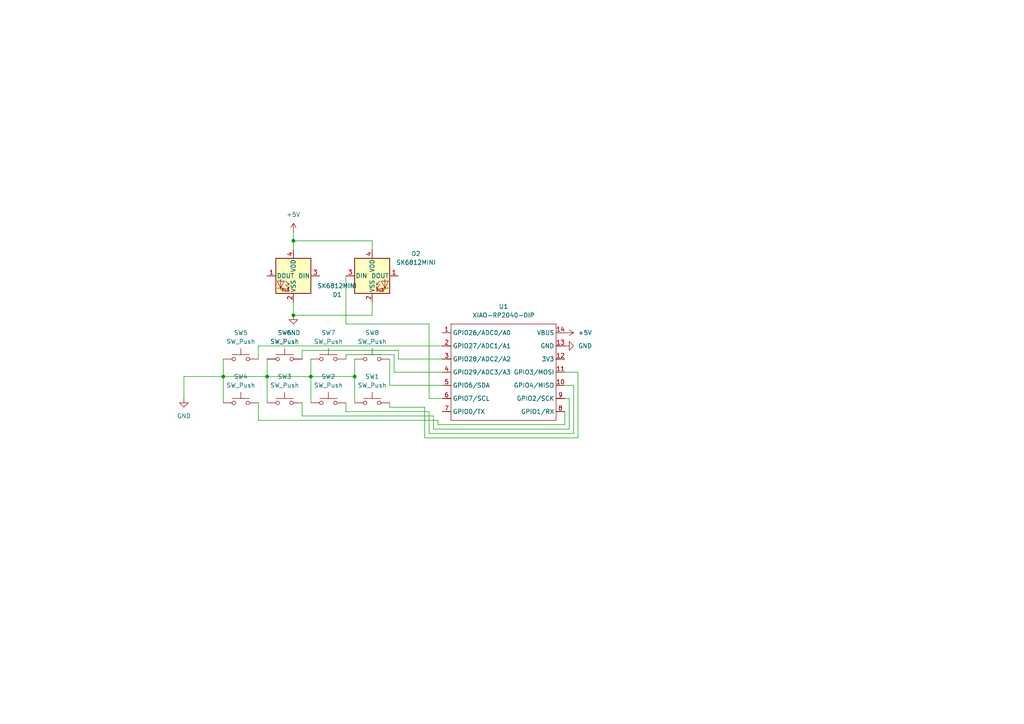
<source format=kicad_sch>
(kicad_sch (version 20250114) (generator "eeschema") (generator_version "9.0")
  (paper "A4")
  (lib_symbols
    (symbol "LED:SK6812MINI" (pin_names (offset 0.254))
      (property "Reference" "D" (at 5.08 5.715 0))
      (property "Value" "SK6812MINI" (at 1.27 -5.715 0))
      (symbol "SK6812MINI_0_0"
        (text "RGB" (at 2.286 -4.191 0) (effects (font (size 0.762 0.762))))
      )
      (symbol "SK6812MINI_0_1"
        (polyline (pts (xy 1.27 -2.54) (xy 1.778 -2.54)))
        (polyline (pts (xy 1.27 -3.556) (xy 1.778 -3.556)))
        (polyline (pts (xy 2.286 -1.524) (xy 1.27 -2.54) (xy 1.27 -2.032)))
        (polyline (pts (xy 2.286 -2.54) (xy 1.27 -3.556) (xy 1.27 -3.048)))
        (polyline (pts (xy 3.683 -1.016) (xy 3.683 -3.556) (xy 3.683 -4.064)))
        (polyline (pts (xy 4.699 -1.524) (xy 2.667 -1.524) (xy 3.683 -3.556) (xy 4.699 -1.524)))
        (polyline (pts (xy 4.699 -3.556) (xy 2.667 -3.556)))
        (rectangle (start 5.08 5.08) (end -5.08 -5.08) (stroke (width 0.254)) (fill (type background)))
      )
      (symbol "SK6812MINI_1_1"
        (pin input line (at -7.62 0 0) (length 2.54) (name "DIN") (number "3"))
        (pin power_in line (at 0 7.62 270) (length 2.54) (name "VDD") (number "4"))
        (pin power_in line (at 0 -7.62 90) (length 2.54) (name "VSS") (number "2"))
        (pin output line (at 7.62 0 180) (length 2.54) (name "DOUT") (number "1"))
      )
    )
    (symbol "OPL Library:XIAO-RP2040-DIP"
      (property "Reference" "U" (at 0 0 0))
      (property "Value" "XIAO-RP2040-DIP" (at 5.334 -1.778 0))
      (symbol "XIAO-RP2040-DIP_1_0"
        (polyline (pts (xy -1.27 -2.54) (xy 29.21 -2.54)) (stroke (width 0.1524)))
        (polyline (pts (xy -1.27 -5.08) (xy -2.54 -5.08)) (stroke (width 0.1524)))
        (polyline (pts (xy -1.27 -5.08) (xy -1.27 -2.54)) (stroke (width 0.1524)))
        (polyline (pts (xy -1.27 -8.89) (xy -2.54 -8.89)) (stroke (width 0.1524)))
        (polyline (pts (xy -1.27 -8.89) (xy -1.27 -5.08)) (stroke (width 0.1524)))
        (polyline (pts (xy -1.27 -12.7) (xy -2.54 -12.7)) (stroke (width 0.1524)))
        (polyline (pts (xy -1.27 -12.7) (xy -1.27 -8.89)) (stroke (width 0.1524)))
        (polyline (pts (xy -1.27 -16.51) (xy -2.54 -16.51)) (stroke (width 0.1524)))
        (polyline (pts (xy -1.27 -16.51) (xy -1.27 -12.7)) (stroke (width 0.1524)))
        (polyline (pts (xy -1.27 -20.32) (xy -2.54 -20.32)) (stroke (width 0.1524)))
        (polyline (pts (xy -1.27 -24.13) (xy -2.54 -24.13)) (stroke (width 0.1524)))
        (polyline (pts (xy -1.27 -27.94) (xy -2.54 -27.94)) (stroke (width 0.1524)))
        (polyline (pts (xy -1.27 -30.48) (xy -1.27 -16.51)) (stroke (width 0.1524)))
        (polyline (pts (xy 29.21 -2.54) (xy 29.21 -5.08)) (stroke (width 0.1524)))
        (polyline (pts (xy 29.21 -5.08) (xy 29.21 -8.89)) (stroke (width 0.1524)))
        (polyline (pts (xy 29.21 -8.89) (xy 29.21 -12.7)) (stroke (width 0.1524)))
        (polyline (pts (xy 29.21 -12.7) (xy 29.21 -30.48)) (stroke (width 0.1524)))
        (polyline (pts (xy 29.21 -30.48) (xy -1.27 -30.48)) (stroke (width 0.1524)))
        (polyline (pts (xy 30.48 -5.08) (xy 29.21 -5.08)) (stroke (width 0.1524)))
        (polyline (pts (xy 30.48 -8.89) (xy 29.21 -8.89)) (stroke (width 0.1524)))
        (polyline (pts (xy 30.48 -12.7) (xy 29.21 -12.7)) (stroke (width 0.1524)))
        (polyline (pts (xy 30.48 -16.51) (xy 29.21 -16.51)) (stroke (width 0.1524)))
        (polyline (pts (xy 30.48 -20.32) (xy 29.21 -20.32)) (stroke (width 0.1524)))
        (polyline (pts (xy 30.48 -24.13) (xy 29.21 -24.13)) (stroke (width 0.1524)))
        (polyline (pts (xy 30.48 -27.94) (xy 29.21 -27.94)) (stroke (width 0.1524)))
        (pin passive line (at -3.81 -5.08 0) (length 2.54) (name "GPIO26/ADC0/A0") (number "1"))
        (pin passive line (at -3.81 -8.89 0) (length 2.54) (name "GPIO27/ADC1/A1") (number "2"))
        (pin passive line (at -3.81 -12.7 0) (length 2.54) (name "GPIO28/ADC2/A2") (number "3"))
        (pin passive line (at -3.81 -16.51 0) (length 2.54) (name "GPIO29/ADC3/A3") (number "4"))
        (pin passive line (at -3.81 -20.32 0) (length 2.54) (name "GPIO6/SDA") (number "5"))
        (pin passive line (at -3.81 -24.13 0) (length 2.54) (name "GPIO7/SCL") (number "6"))
        (pin passive line (at -3.81 -27.94 0) (length 2.54) (name "GPIO0/TX") (number "7"))
        (pin passive line (at 31.75 -5.08 180) (length 2.54) (name "VBUS") (number "14"))
        (pin passive line (at 31.75 -8.89 180) (length 2.54) (name "GND") (number "13"))
        (pin passive line (at 31.75 -12.7 180) (length 2.54) (name "3V3") (number "12"))
        (pin passive line (at 31.75 -16.51 180) (length 2.54) (name "GPIO3/MOSI") (number "11"))
        (pin passive line (at 31.75 -20.32 180) (length 2.54) (name "GPIO4/MISO") (number "10"))
        (pin passive line (at 31.75 -24.13 180) (length 2.54) (name "GPIO2/SCK") (number "9"))
        (pin passive line (at 31.75 -27.94 180) (length 2.54) (name "GPIO1/RX") (number "8"))
      )
    )
    (symbol "Switch:SW_Push" (pin_numbers (hide yes)) (pin_names (offset 1.016) (hide yes))
      (property "Reference" "SW" (at 1.27 2.54 0))
      (property "Value" "SW_Push" (at 0 -1.524 0))
      (symbol "SW_Push_0_1"
        (circle (center -2.032 0) (radius 0.508))
        (polyline (pts (xy 0 1.27) (xy 0 3.048)))
        (circle (center 2.032 0) (radius 0.508))
        (polyline (pts (xy 2.54 1.27) (xy -2.54 1.27)))
        (pin passive line (at -5.08 0 0) (length 2.54) (name "1") (number "1"))
        (pin passive line (at 5.08 0 180) (length 2.54) (name "2") (number "2"))
      )
    )
    (symbol "power:+5V" (power) (pin_numbers (hide yes)) (pin_names (offset 0) (hide yes))
      (property "Value" "+5V" (at 0 3.556 0))
      (symbol "+5V_0_1"
        (polyline (pts (xy -0.762 1.27) (xy 0 2.54)))
        (polyline (pts (xy 0 2.54) (xy 0.762 1.27)))
        (polyline (pts (xy 0 0) (xy 0 2.54)))
      )
      (symbol "+5V_1_1"
        (pin power_in line (at 0 0 90) (length 0) (name "~") (number "1"))
      )
    )
    (symbol "power:GND" (power) (pin_numbers (hide yes)) (pin_names (offset 0) (hide yes))
      (property "Value" "GND" (at 0 -3.81 0))
      (symbol "GND_0_1"
        (polyline (pts (xy 0 0) (xy 0 -1.27) (xy 1.27 -1.27) (xy 0 -2.54) (xy -1.27 -1.27) (xy 0 -1.27)))
      )
      (symbol "GND_1_1"
        (pin power_in line (at 0 0 270) (length 0) (name "~") (number "1"))
      )
    )
  )
  (junction (at 85.09 69.85))
  (junction (at 90.17 109.22))
  (junction (at 77.47 109.22))
  (junction (at 102.87 109.22))
  (junction (at 64.77 109.22))
  (junction (at 85.09 91.44))
  (wire (pts (xy 123.19 127) (xy 167.64 127)))
  (wire (pts (xy 113.03 116.84) (xy 113.03 118.11)))
  (wire (pts (xy 87.63 116.84) (xy 87.63 120.65)))
  (wire (pts (xy 53.34 109.22) (xy 64.77 109.22)))
  (wire (pts (xy 165.1 115.57) (xy 163.83 115.57)))
  (wire (pts (xy 53.34 115.57) (xy 53.34 109.22)))
  (wire (pts (xy 114.3 107.95) (xy 128.27 107.95)))
  (wire (pts (xy 115.57 101.6) (xy 115.57 104.14)))
  (wire (pts (xy 114.3 102.87) (xy 114.3 107.95)))
  (wire (pts (xy 100.33 104.14) (xy 100.33 102.87)))
  (wire (pts (xy 85.09 69.85) (xy 85.09 72.39)))
  (wire (pts (xy 124.46 115.57) (xy 128.27 115.57)))
  (wire (pts (xy 163.83 123.19) (xy 163.83 119.38)))
  (wire (pts (xy 90.17 104.14) (xy 90.17 109.22)))
  (wire (pts (xy 100.33 116.84) (xy 100.33 119.38)))
  (wire (pts (xy 102.87 109.22) (xy 102.87 116.84)))
  (wire (pts (xy 102.87 104.14) (xy 102.87 109.22)))
  (wire (pts (xy 124.46 119.38) (xy 124.46 125.73)))
  (wire (pts (xy 90.17 109.22) (xy 90.17 116.84)))
  (wire (pts (xy 107.95 91.44) (xy 85.09 91.44)))
  (wire (pts (xy 115.57 104.14) (xy 128.27 104.14)))
  (wire (pts (xy 127 123.19) (xy 163.83 123.19)))
  (wire (pts (xy 64.77 109.22) (xy 64.77 116.84)))
  (wire (pts (xy 74.93 104.14) (xy 74.93 100.33)))
  (wire (pts (xy 113.03 111.76) (xy 128.27 111.76)))
  (wire (pts (xy 87.63 120.65) (xy 125.73 120.65)))
  (wire (pts (xy 123.19 118.11) (xy 123.19 127)))
  (wire (pts (xy 127 121.92) (xy 127 123.19)))
  (wire (pts (xy 107.95 69.85) (xy 85.09 69.85)))
  (wire (pts (xy 124.46 125.73) (xy 166.37 125.73)))
  (wire (pts (xy 125.73 120.65) (xy 125.73 124.46)))
  (wire (pts (xy 77.47 104.14) (xy 77.47 109.22)))
  (wire (pts (xy 166.37 125.73) (xy 166.37 111.76)))
  (wire (pts (xy 163.83 107.95) (xy 167.64 107.95)))
  (wire (pts (xy 85.09 67.31) (xy 85.09 69.85)))
  (wire (pts (xy 90.17 109.22) (xy 102.87 109.22)))
  (wire (pts (xy 74.93 121.92) (xy 127 121.92)))
  (wire (pts (xy 125.73 124.46) (xy 165.1 124.46)))
  (wire (pts (xy 100.33 80.01) (xy 100.33 93.98)))
  (wire (pts (xy 107.95 87.63) (xy 107.95 91.44)))
  (wire (pts (xy 167.64 127) (xy 167.64 107.95)))
  (wire (pts (xy 100.33 119.38) (xy 124.46 119.38)))
  (wire (pts (xy 64.77 109.22) (xy 77.47 109.22)))
  (wire (pts (xy 165.1 124.46) (xy 165.1 115.57)))
  (wire (pts (xy 74.93 100.33) (xy 128.27 100.33)))
  (wire (pts (xy 74.93 116.84) (xy 74.93 121.92)))
  (wire (pts (xy 77.47 109.22) (xy 90.17 109.22)))
  (wire (pts (xy 113.03 118.11) (xy 123.19 118.11)))
  (wire (pts (xy 64.77 104.14) (xy 64.77 109.22)))
  (wire (pts (xy 166.37 111.76) (xy 163.83 111.76)))
  (wire (pts (xy 124.46 93.98) (xy 124.46 115.57)))
  (wire (pts (xy 100.33 102.87) (xy 114.3 102.87)))
  (wire (pts (xy 77.47 109.22) (xy 77.47 116.84)))
  (wire (pts (xy 87.63 101.6) (xy 115.57 101.6)))
  (wire (pts (xy 87.63 104.14) (xy 87.63 101.6)))
  (wire (pts (xy 107.95 72.39) (xy 107.95 69.85)))
  (wire (pts (xy 113.03 104.14) (xy 113.03 111.76)))
  (wire (pts (xy 85.09 87.63) (xy 85.09 91.44)))
  (wire (pts (xy 100.33 93.98) (xy 124.46 93.98)))
  (symbol (lib_id "power:GND") (at 85.09 91.44 0) (unit 1)
    (property "Reference" "#PWR05" (effects (hide yes)))
    (property "Value" "GND" (at 85.09 96.52 0))
    (property "Description" "Power symbol creates a global label with name \"GND\" , ground" (effects (hide yes)))
  )
  (symbol (lib_id "Switch:SW_Push") (at 107.95 116.84 0) (unit 1)
    (property "Reference" "SW1" (at 107.95 109.22 0))
    (property "Value" "SW_Push" (at 107.95 111.76 0))
    (property "Footprint" "Button_Switch_Keyboard:SW_Cherry_MX_1.00u_PCB" (effects (hide yes)))
    (property "Description" "Push button switch, generic, two pins" (effects (hide yes)))
  )
  (symbol (lib_id "power:+5V") (at 85.09 67.31 0) (unit 1)
    (property "Reference" "#PWR04" (effects (hide yes)))
    (property "Value" "+5V" (at 85.09 62.23 0))
    (property "Description" "Power symbol creates a global label with name \"+5V\"" (effects (hide yes)))
  )
  (symbol (lib_id "Switch:SW_Push") (at 82.55 104.14 0) (unit 1)
    (property "Reference" "SW6" (at 82.55 96.52 0))
    (property "Value" "SW_Push" (at 82.55 99.06 0))
    (property "Footprint" "Button_Switch_Keyboard:SW_Cherry_MX_1.00u_PCB" (effects (hide yes)))
    (property "Description" "Push button switch, generic, two pins" (effects (hide yes)))
  )
  (symbol (lib_id "LED:SK6812MINI") (at 85.09 80.01 0) (mirror y) (unit 1)
    (property "Reference" "D1" (at 97.79 85.4554 0))
    (property "Value" "SK6812MINI" (at 97.79 82.9154 0))
    (property "Footprint" "LED_SMD:LED_SK6812MINI_PLCC4_3.5x3.5mm_P1.75mm" (effects (hide yes)))
    (property "Datasheet" "https://cdn-shop.adafruit.com/product-files/2686/SK6812MINI_REV.01-1-2.pdf" (effects (hide yes)))
    (property "Description" "RGB LED with integrated controller" (effects (hide yes)))
  )
  (symbol (lib_id "Switch:SW_Push") (at 82.55 116.84 0) (unit 1)
    (property "Reference" "SW3" (at 82.55 109.22 0))
    (property "Value" "SW_Push" (at 82.55 111.76 0))
    (property "Footprint" "Button_Switch_Keyboard:SW_Cherry_MX_1.00u_PCB" (effects (hide yes)))
    (property "Description" "Push button switch, generic, two pins" (effects (hide yes)))
  )
  (symbol (lib_id "Switch:SW_Push") (at 95.25 104.14 0) (unit 1)
    (property "Reference" "SW7" (at 95.25 96.52 0))
    (property "Value" "SW_Push" (at 95.25 99.06 0))
    (property "Footprint" "Button_Switch_Keyboard:SW_Cherry_MX_1.00u_PCB" (effects (hide yes)))
    (property "Description" "Push button switch, generic, two pins" (effects (hide yes)))
  )
  (symbol (lib_id "OPL Library:XIAO-RP2040-DIP") (at 132.08 91.44 0) (unit 1)
    (property "Reference" "U1" (at 146.05 88.9 0))
    (property "Value" "XIAO-RP2040-DIP" (at 146.05 91.44 0))
    (property "Footprint" "OPL Lib:XIAO-RP2040-DIP" (effects (hide yes)))
  )
  (symbol (lib_id "power:GND") (at 53.34 115.57 0) (unit 1)
    (property "Reference" "#PWR01" (effects (hide yes)))
    (property "Value" "GND" (at 53.34 120.65 0))
    (property "Description" "Power symbol creates a global label with name \"GND\" , ground" (effects (hide yes)))
  )
  (symbol (lib_id "LED:SK6812MINI") (at 107.95 80.01 0) (unit 1)
    (property "Reference" "D2" (at 120.65 73.5898 0))
    (property "Value" "SK6812MINI" (at 120.65 76.1298 0))
    (property "Footprint" "LED_SMD:LED_SK6812MINI_PLCC4_3.5x3.5mm_P1.75mm" (effects (hide yes)))
    (property "Datasheet" "https://cdn-shop.adafruit.com/product-files/2686/SK6812MINI_REV.01-1-2.pdf" (effects (hide yes)))
    (property "Description" "RGB LED with integrated controller" (effects (hide yes)))
  )
  (symbol (lib_id "Switch:SW_Push") (at 107.95 104.14 0) (unit 1)
    (property "Reference" "SW8" (at 107.95 96.52 0))
    (property "Value" "SW_Push" (at 107.95 99.06 0))
    (property "Footprint" "Button_Switch_Keyboard:SW_Cherry_MX_1.00u_PCB" (effects (hide yes)))
    (property "Description" "Push button switch, generic, two pins" (effects (hide yes)))
  )
  (symbol (lib_id "Switch:SW_Push") (at 69.85 104.14 0) (unit 1)
    (property "Reference" "SW5" (at 69.85 96.52 0))
    (property "Value" "SW_Push" (at 69.85 99.06 0))
    (property "Footprint" "Button_Switch_Keyboard:SW_Cherry_MX_1.00u_PCB" (effects (hide yes)))
    (property "Description" "Push button switch, generic, two pins" (effects (hide yes)))
  )
  (symbol (lib_id "power:+5V") (at 163.83 96.52 270) (unit 1)
    (property "Reference" "#PWR03" (effects (hide yes)))
    (property "Value" "+5V" (at 167.64 96.5199 90) (effects (justify left)))
    (property "Description" "Power symbol creates a global label with name \"+5V\"" (effects (hide yes)))
  )
  (symbol (lib_id "power:GND") (at 163.83 100.33 90) (unit 1)
    (property "Reference" "#PWR02" (effects (hide yes)))
    (property "Value" "GND" (at 167.64 100.3299 90) (effects (justify right)))
    (property "Description" "Power symbol creates a global label with name \"GND\" , ground" (effects (hide yes)))
  )
  (symbol (lib_id "Switch:SW_Push") (at 95.25 116.84 0) (unit 1)
    (property "Reference" "SW2" (at 95.25 109.22 0))
    (property "Value" "SW_Push" (at 95.25 111.76 0))
    (property "Footprint" "Button_Switch_Keyboard:SW_Cherry_MX_1.00u_PCB" (effects (hide yes)))
    (property "Description" "Push button switch, generic, two pins" (effects (hide yes)))
  )
  (symbol (lib_id "Switch:SW_Push") (at 69.85 116.84 0) (unit 1)
    (property "Reference" "SW4" (at 69.85 109.22 0))
    (property "Value" "SW_Push" (at 69.85 111.76 0))
    (property "Footprint" "Button_Switch_Keyboard:SW_Cherry_MX_1.00u_PCB" (effects (hide yes)))
    (property "Description" "Push button switch, generic, two pins" (effects (hide yes)))
  )
)
</source>
